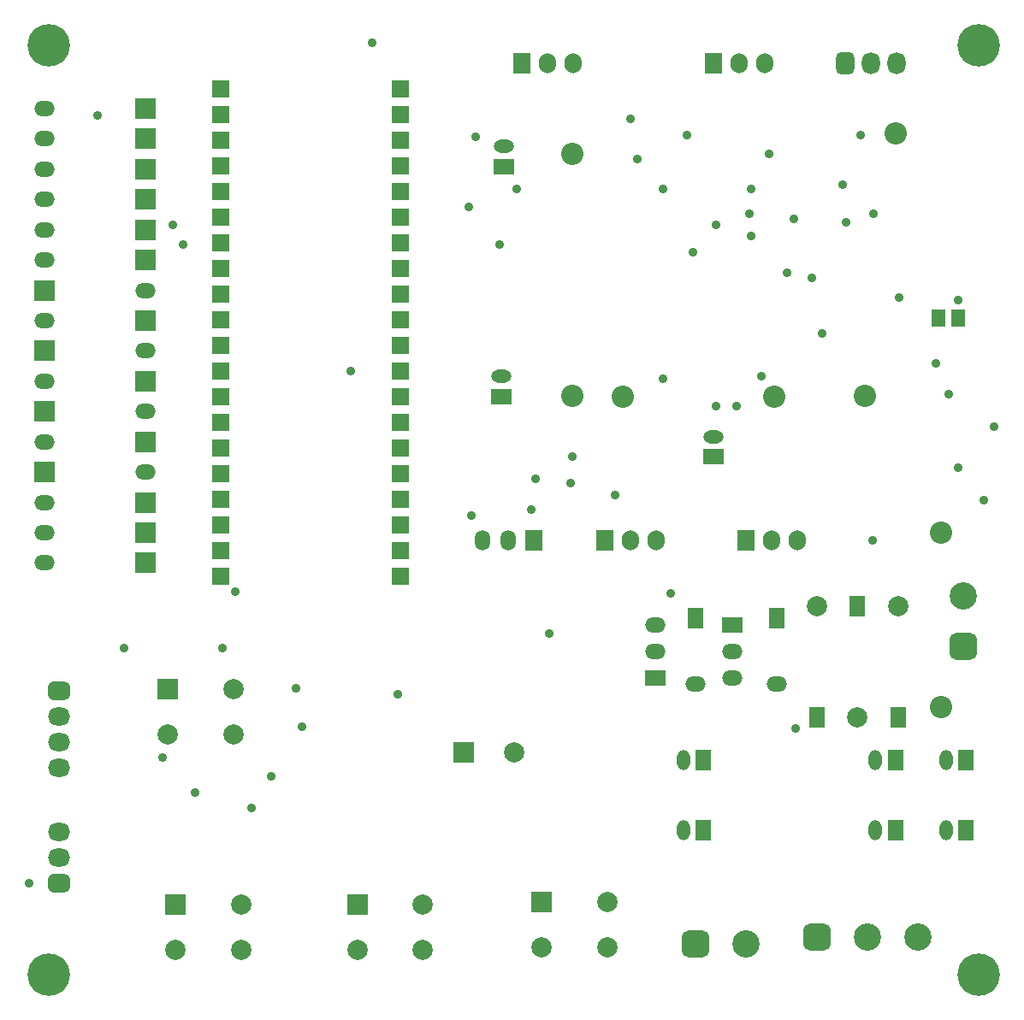
<source format=gbs>
G04*
G04 #@! TF.GenerationSoftware,Altium Limited,Altium Designer,21.3.2 (30)*
G04*
G04 Layer_Color=16711935*
%FSLAX25Y25*%
%MOIN*%
G70*
G04*
G04 #@! TF.SameCoordinates,3938395F-A7AF-4B3E-ABAE-92C8EBC603DF*
G04*
G04*
G04 #@! TF.FilePolarity,Negative*
G04*
G01*
G75*
%ADD21R,0.05524X0.06509*%
%ADD35C,0.08674*%
%ADD37R,0.06693X0.07874*%
%ADD38R,0.07874X0.07874*%
%ADD39R,0.05906X0.07874*%
%ADD40O,0.06693X0.07874*%
%ADD41O,0.05906X0.07874*%
G04:AMPARAMS|DCode=42|XSize=70.99mil|YSize=86.74mil|CornerRadius=19.75mil|HoleSize=0mil|Usage=FLASHONLY|Rotation=0.000|XOffset=0mil|YOffset=0mil|HoleType=Round|Shape=RoundedRectangle|*
%AMROUNDEDRECTD42*
21,1,0.07099,0.04724,0,0,0.0*
21,1,0.03150,0.08674,0,0,0.0*
1,1,0.03950,0.01575,-0.02362*
1,1,0.03950,-0.01575,-0.02362*
1,1,0.03950,-0.01575,0.02362*
1,1,0.03950,0.01575,0.02362*
%
%ADD42ROUNDEDRECTD42*%
%ADD43O,0.07099X0.08674*%
%ADD44O,0.07874X0.05118*%
%ADD45R,0.07874X0.05906*%
G04:AMPARAMS|DCode=46|XSize=70.99mil|YSize=86.74mil|CornerRadius=19.75mil|HoleSize=0mil|Usage=FLASHONLY|Rotation=90.000|XOffset=0mil|YOffset=0mil|HoleType=Round|Shape=RoundedRectangle|*
%AMROUNDEDRECTD46*
21,1,0.07099,0.04724,0,0,90.0*
21,1,0.03150,0.08674,0,0,90.0*
1,1,0.03950,0.02362,0.01575*
1,1,0.03950,0.02362,-0.01575*
1,1,0.03950,-0.02362,-0.01575*
1,1,0.03950,-0.02362,0.01575*
%
%ADD46ROUNDEDRECTD46*%
%ADD47O,0.08674X0.07099*%
%ADD48O,0.07874X0.05906*%
%ADD49O,0.07874X0.05906*%
%ADD50R,0.07874X0.05906*%
%ADD51C,0.07874*%
%ADD52O,0.05118X0.07874*%
%ADD53R,0.05906X0.07874*%
G04:AMPARAMS|DCode=54|XSize=106.42mil|YSize=106.42mil|CornerRadius=28.61mil|HoleSize=0mil|Usage=FLASHONLY|Rotation=90.000|XOffset=0mil|YOffset=0mil|HoleType=Round|Shape=RoundedRectangle|*
%AMROUNDEDRECTD54*
21,1,0.10642,0.04921,0,0,90.0*
21,1,0.04921,0.10642,0,0,90.0*
1,1,0.05721,0.02461,0.02461*
1,1,0.05721,0.02461,-0.02461*
1,1,0.05721,-0.02461,-0.02461*
1,1,0.05721,-0.02461,0.02461*
%
%ADD54ROUNDEDRECTD54*%
%ADD55C,0.10642*%
%ADD56C,0.16548*%
G04:AMPARAMS|DCode=57|XSize=106.42mil|YSize=106.42mil|CornerRadius=28.61mil|HoleSize=0mil|Usage=FLASHONLY|Rotation=0.000|XOffset=0mil|YOffset=0mil|HoleType=Round|Shape=RoundedRectangle|*
%AMROUNDEDRECTD57*
21,1,0.10642,0.04921,0,0,0.0*
21,1,0.04921,0.10642,0,0,0.0*
1,1,0.05721,0.02461,-0.02461*
1,1,0.05721,-0.02461,-0.02461*
1,1,0.05721,-0.02461,0.02461*
1,1,0.05721,0.02461,0.02461*
%
%ADD57ROUNDEDRECTD57*%
%ADD58C,0.03556*%
%ADD80R,0.06737X0.06737*%
D21*
X362205Y271653D02*
D03*
X370079D02*
D03*
D35*
X363189Y120079D02*
D03*
Y187992D02*
D03*
X239173Y241142D02*
D03*
X345472Y343504D02*
D03*
X219488Y335630D02*
D03*
Y241457D02*
D03*
X298228Y241142D02*
D03*
X333661Y241457D02*
D03*
D37*
X204724Y185039D02*
D03*
X274606Y371063D02*
D03*
X199803D02*
D03*
X232284Y185039D02*
D03*
X287402D02*
D03*
D38*
X13780Y211614D02*
D03*
X53149Y199803D02*
D03*
Y187992D02*
D03*
Y176181D02*
D03*
Y341535D02*
D03*
Y329724D02*
D03*
Y306102D02*
D03*
X13780Y282480D02*
D03*
Y258858D02*
D03*
X53149Y353346D02*
D03*
Y317913D02*
D03*
Y294291D02*
D03*
Y270669D02*
D03*
Y247047D02*
D03*
X13780Y235236D02*
D03*
X53149Y223425D02*
D03*
X177165Y102362D02*
D03*
X207677Y43996D02*
D03*
X135827Y43012D02*
D03*
X64961D02*
D03*
X62008Y126968D02*
D03*
D39*
X314961Y116142D02*
D03*
X330709Y159449D02*
D03*
X346457Y116142D02*
D03*
X267717Y154528D02*
D03*
X299213D02*
D03*
D40*
X252284Y185039D02*
D03*
X242284D02*
D03*
X219803Y371063D02*
D03*
X209803D02*
D03*
X294606D02*
D03*
X284606D02*
D03*
X307401Y185039D02*
D03*
X297401D02*
D03*
D41*
X184724D02*
D03*
X194724D02*
D03*
D42*
X325787Y371063D02*
D03*
D43*
X335787D02*
D03*
X345787D02*
D03*
D44*
X274606Y225394D02*
D03*
X191929Y249016D02*
D03*
X192913Y338583D02*
D03*
D45*
X274606Y217520D02*
D03*
X191929Y241142D02*
D03*
X192913Y330709D02*
D03*
D46*
X19685Y51181D02*
D03*
Y126299D02*
D03*
D47*
Y61181D02*
D03*
Y71181D02*
D03*
Y116299D02*
D03*
Y106299D02*
D03*
Y96299D02*
D03*
D48*
X267717Y128937D02*
D03*
X299213D02*
D03*
D49*
X251969Y151968D02*
D03*
Y141732D02*
D03*
X281969Y131496D02*
D03*
Y141732D02*
D03*
X13780Y341535D02*
D03*
Y176181D02*
D03*
Y187992D02*
D03*
Y199803D02*
D03*
X53149Y211614D02*
D03*
X13780Y223425D02*
D03*
X53149Y235236D02*
D03*
X13780Y247047D02*
D03*
Y270669D02*
D03*
Y294291D02*
D03*
Y317913D02*
D03*
Y353346D02*
D03*
X53149Y258858D02*
D03*
Y282480D02*
D03*
X13780Y306102D02*
D03*
Y329724D02*
D03*
D50*
X251969Y131496D02*
D03*
X281969Y151969D02*
D03*
D51*
X346457Y159449D02*
D03*
X330709Y116142D02*
D03*
X314961Y159449D02*
D03*
X196850Y102362D02*
D03*
X233268Y26279D02*
D03*
X207677D02*
D03*
X233268Y43996D02*
D03*
X161417Y25295D02*
D03*
X135827D02*
D03*
X161417Y43012D02*
D03*
X90551Y25295D02*
D03*
X64961D02*
D03*
X90551Y43012D02*
D03*
X87598Y109252D02*
D03*
X62008D02*
D03*
X87598Y126968D02*
D03*
D52*
X337598Y99409D02*
D03*
X365158D02*
D03*
Y71850D02*
D03*
X262795D02*
D03*
Y99409D02*
D03*
X337598Y71850D02*
D03*
D53*
X345473Y99409D02*
D03*
X373032D02*
D03*
Y71850D02*
D03*
X270669D02*
D03*
Y99409D02*
D03*
X345473Y71850D02*
D03*
D54*
X371850Y143701D02*
D03*
D55*
Y163386D02*
D03*
X334646Y30315D02*
D03*
X354330D02*
D03*
X287402Y27559D02*
D03*
D56*
X377953Y15748D02*
D03*
Y377953D02*
D03*
X15748Y15748D02*
D03*
X15748Y377953D02*
D03*
D57*
X314961Y30315D02*
D03*
X267717Y27559D02*
D03*
D58*
X383858Y229331D02*
D03*
X369974Y213489D02*
D03*
X316929Y265748D02*
D03*
X346941Y279528D02*
D03*
X312992Y287402D02*
D03*
X303110Y289331D02*
D03*
X283465Y237205D02*
D03*
X289370Y321850D02*
D03*
X254921D02*
D03*
X257874Y164370D02*
D03*
X236221Y202756D02*
D03*
X219488Y217520D02*
D03*
X218988Y207177D02*
D03*
X205118Y209085D02*
D03*
X203740Y196850D02*
D03*
X266732Y297244D02*
D03*
X7874Y51181D02*
D03*
X94488Y80709D02*
D03*
X67893Y300217D02*
D03*
X63976Y308071D02*
D03*
X83121Y142985D02*
D03*
X88135Y164907D02*
D03*
X60039Y100492D02*
D03*
X361221Y254035D02*
D03*
X366142Y242126D02*
D03*
X370079Y278543D02*
D03*
X275590Y237205D02*
D03*
X293307Y249016D02*
D03*
X210630Y148622D02*
D03*
X379921Y200787D02*
D03*
X197835Y321850D02*
D03*
X179134Y314961D02*
D03*
X254921Y248031D02*
D03*
X114173Y112205D02*
D03*
X151575Y125000D02*
D03*
X133091Y251142D02*
D03*
X275590Y308071D02*
D03*
X326272Y309055D02*
D03*
X296260Y335630D02*
D03*
X324803Y323819D02*
D03*
X288605Y312385D02*
D03*
X245079Y333661D02*
D03*
X242126Y349410D02*
D03*
X289290Y303785D02*
D03*
X332090Y343130D02*
D03*
X264390Y343085D02*
D03*
X305991Y310485D02*
D03*
X141491Y378985D02*
D03*
X111791Y127485D02*
D03*
X72591Y86585D02*
D03*
X336473Y185039D02*
D03*
X337090Y312385D02*
D03*
X102190Y92885D02*
D03*
X181991Y342185D02*
D03*
X180091Y194685D02*
D03*
X44891Y142985D02*
D03*
X306591Y111585D02*
D03*
X191240Y300185D02*
D03*
X34691Y350785D02*
D03*
D80*
X82559Y361142D02*
D03*
Y351142D02*
D03*
Y341142D02*
D03*
Y331142D02*
D03*
Y321142D02*
D03*
Y311142D02*
D03*
Y301142D02*
D03*
Y291142D02*
D03*
Y281142D02*
D03*
Y271142D02*
D03*
Y261142D02*
D03*
Y251142D02*
D03*
Y241142D02*
D03*
Y231142D02*
D03*
Y221142D02*
D03*
Y211142D02*
D03*
Y201142D02*
D03*
Y191142D02*
D03*
Y181142D02*
D03*
Y171142D02*
D03*
X152559Y361142D02*
D03*
Y351142D02*
D03*
Y341142D02*
D03*
Y331142D02*
D03*
Y321142D02*
D03*
Y311142D02*
D03*
Y301142D02*
D03*
Y291142D02*
D03*
Y281142D02*
D03*
Y271142D02*
D03*
Y261142D02*
D03*
Y251142D02*
D03*
Y241142D02*
D03*
Y231142D02*
D03*
Y221142D02*
D03*
Y211142D02*
D03*
Y201142D02*
D03*
Y191142D02*
D03*
Y181142D02*
D03*
Y171142D02*
D03*
M02*

</source>
